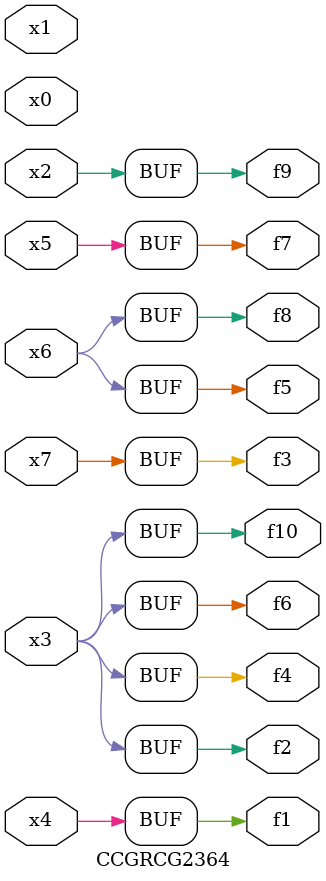
<source format=v>
module CCGRCG2364(
	input x0, x1, x2, x3, x4, x5, x6, x7,
	output f1, f2, f3, f4, f5, f6, f7, f8, f9, f10
);
	assign f1 = x4;
	assign f2 = x3;
	assign f3 = x7;
	assign f4 = x3;
	assign f5 = x6;
	assign f6 = x3;
	assign f7 = x5;
	assign f8 = x6;
	assign f9 = x2;
	assign f10 = x3;
endmodule

</source>
